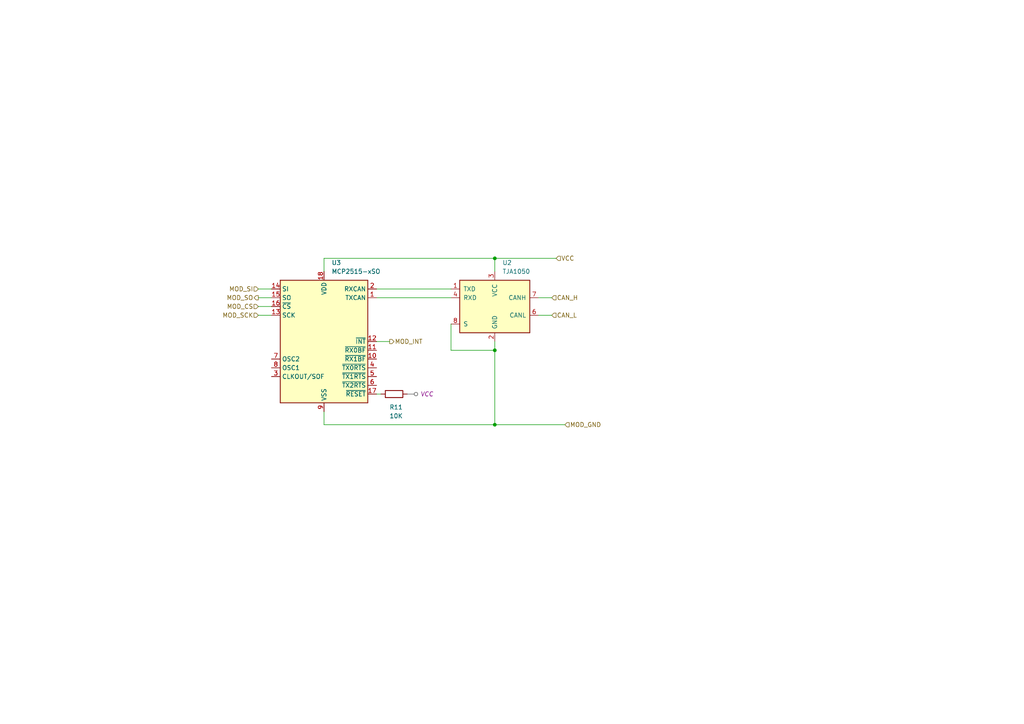
<source format=kicad_sch>
(kicad_sch (version 20230121) (generator eeschema)
  (paper "A4")
  (lib_symbols
    (symbol "Device:R" (pin_numbers hide) (pin_names (offset 0))
      (property "Reference" "R" (at 2.032 0 90))
      (property "Value" "R" (at 0 0 90))
      (symbol "R_0_1"
        (rectangle (start -1.016 -2.54) (end 1.016 2.54) (stroke (width 0.254)))
      )
      (symbol "R_1_1"
        (pin passive line (at 0 3.81 270) (length 1.27) (name "~") (number "1"))
        (pin passive line (at 0 -3.81 90) (length 1.27) (name "~") (number "2"))
      )
    )
    (symbol "Interface_CAN_LIN:MCP2515-xSO"
      (property "Reference" "U" (at -10.16 19.685 0))
      (property "Value" "MCP2515-xSO" (at 19.05 20.32 0))
      (symbol "MCP2515-xSO_0_1"
        (rectangle (start -12.7 17.78) (end 12.7 -17.78) (stroke (width 0.254)) (fill (type background)))
      )
      (symbol "MCP2515-xSO_1_1"
        (pin output line (at 15.24 12.7 180) (length 2.54) (name "TXCAN") (number "1"))
        (pin output line (at 15.24 -5.08 180) (length 2.54) (name "~{RX1BF}") (number "10"))
        (pin output line (at 15.24 -2.54 180) (length 2.54) (name "~{RX0BF}") (number "11"))
        (pin output line (at 15.24 0 180) (length 2.54) (name "~{INT}") (number "12"))
        (pin input line (at -15.24 7.62 0) (length 2.54) (name "SCK") (number "13"))
        (pin input line (at -15.24 15.24 0) (length 2.54) (name "SI") (number "14"))
        (pin output line (at -15.24 12.7 0) (length 2.54) (name "SO") (number "15"))
        (pin input line (at -15.24 10.16 0) (length 2.54) (name "~{CS}") (number "16"))
        (pin input line (at 15.24 -15.24 180) (length 2.54) (name "~{RESET}") (number "17"))
        (pin power_in line (at 0 20.32 270) (length 2.54) (name "VDD") (number "18"))
        (pin input line (at 15.24 15.24 180) (length 2.54) (name "RXCAN") (number "2"))
        (pin output line (at -15.24 -10.16 0) (length 2.54) (name "CLKOUT/SOF") (number "3"))
        (pin input line (at 15.24 -7.62 180) (length 2.54) (name "~{TX0RTS}") (number "4"))
        (pin input line (at 15.24 -10.16 180) (length 2.54) (name "~{TX1RTS}") (number "5"))
        (pin input line (at 15.24 -12.7 180) (length 2.54) (name "~{TX2RTS}") (number "6"))
        (pin output line (at -15.24 -5.08 0) (length 2.54) (name "OSC2") (number "7"))
        (pin input line (at -15.24 -7.62 0) (length 2.54) (name "OSC1") (number "8"))
        (pin power_in line (at 0 -20.32 90) (length 2.54) (name "VSS") (number "9"))
      )
    )
    (symbol "Interface_CAN_LIN:TJA1051T" (pin_names (offset 1.016))
      (property "Reference" "U" (at -10.16 8.89 0))
      (property "Value" "TJA1051T" (at 1.27 8.89 0))
      (symbol "TJA1051T_0_1"
        (rectangle (start -10.16 7.62) (end 10.16 -7.62) (stroke (width 0.254)) (fill (type background)))
      )
      (symbol "TJA1051T_1_1"
        (pin input line (at -12.7 5.08 0) (length 2.54) (name "TXD") (number "1"))
        (pin power_in line (at 0 -10.16 90) (length 2.54) (name "GND") (number "2"))
        (pin power_in line (at 0 10.16 270) (length 2.54) (name "VCC") (number "3"))
        (pin output line (at -12.7 2.54 0) (length 2.54) (name "RXD") (number "4"))
        (pin no_connect line (at -10.16 -2.54 0) (length 2.54) hide (name "NC") (number "5"))
        (pin bidirectional line (at 12.7 -2.54 180) (length 2.54) (name "CANL") (number "6"))
        (pin bidirectional line (at 12.7 2.54 180) (length 2.54) (name "CANH") (number "7"))
        (pin input line (at -12.7 -5.08 0) (length 2.54) (name "S") (number "8"))
      )
    )
  )
  (junction (at 143.51 74.93))
  (junction (at 143.51 101.6))
  (junction (at 143.51 123.19))
  (wire (pts (xy 74.93 91.44) (xy 78.74 91.44)))
  (wire (pts (xy 74.93 83.82) (xy 78.74 83.82)))
  (wire (pts (xy 143.51 99.06) (xy 143.51 101.6)))
  (wire (pts (xy 160.02 86.36) (xy 156.21 86.36)))
  (wire (pts (xy 93.98 74.93) (xy 93.98 78.74)))
  (wire (pts (xy 130.81 101.6) (xy 143.51 101.6)))
  (wire (pts (xy 109.22 114.3) (xy 110.49 114.3)))
  (wire (pts (xy 160.02 91.44) (xy 156.21 91.44)))
  (wire (pts (xy 93.98 119.38) (xy 93.98 123.19)))
  (wire (pts (xy 93.98 74.93) (xy 143.51 74.93)))
  (wire (pts (xy 93.98 123.19) (xy 143.51 123.19)))
  (wire (pts (xy 143.51 74.93) (xy 161.29 74.93)))
  (wire (pts (xy 113.03 99.06) (xy 109.22 99.06)))
  (wire (pts (xy 143.51 74.93) (xy 143.51 78.74)))
  (wire (pts (xy 74.93 86.36) (xy 78.74 86.36)))
  (wire (pts (xy 143.51 101.6) (xy 143.51 123.19)))
  (wire (pts (xy 130.81 93.98) (xy 130.81 101.6)))
  (wire (pts (xy 143.51 123.19) (xy 163.83 123.19)))
  (wire (pts (xy 109.22 86.36) (xy 130.81 86.36)))
  (wire (pts (xy 109.22 83.82) (xy 130.81 83.82)))
  (wire (pts (xy 74.93 88.9) (xy 78.74 88.9)))
  (hierarchical_label "VCC" (shape input) (at 161.29 74.93 0))
  (hierarchical_label "MOD_SCK" (shape input) (at 74.93 91.44 180))
  (hierarchical_label "MOD_SO" (shape output) (at 74.93 86.36 180))
  (hierarchical_label "MOD_CS" (shape input) (at 74.93 88.9 180))
  (hierarchical_label "MOD_GND" (shape input) (at 163.83 123.19 0))
  (hierarchical_label "CAN_L" (shape input) (at 160.02 91.44 0))
  (hierarchical_label "MOD_INT" (shape output) (at 113.03 99.06 0))
  (hierarchical_label "MOD_SI" (shape input) (at 74.93 83.82 180))
  (hierarchical_label "CAN_H" (shape input) (at 160.02 86.36 0))
  (netclass_flag "" (length 2.54) (shape round) (at 118.11 114.3 270) (property "VCC" "VCC" (at 121.92 114.3 0) (effects (font italic) (justify left))))
  (symbol (lib_id "Interface_CAN_LIN:TJA1051T") (at 143.51 88.9 0) (unit 1)
    (property "Reference" "U2" (at 145.7041 76.2 0) (effects (justify left)))
    (property "Value" "TJA1050" (at 145.7041 78.74 0) (effects (justify left)))
    (property "Footprint" "Package_SO:SOIC-8_3.9x4.9mm_P1.27mm" (effects hide))
    (property "Datasheet" "http://www.nxp.com/docs/en/data-sheet/TJA1051.pdf" (effects hide))
  )
  (symbol (lib_id "Device:R") (at 114.3 114.3 90) (unit 1)
    (property "Reference" "R11" (at 116.84 118.11 90) (effects (justify left)))
    (property "Value" "10K" (at 116.84 120.65 90) (effects (justify left)))
    (property "Footprint" "Resistor_SMD:R_0805_2012Metric" (effects hide))
  )
  (symbol (lib_id "Interface_CAN_LIN:MCP2515-xSO") (at 93.98 99.06 0) (unit 1)
    (property "Reference" "U3" (at 96.1741 76.2 0) (effects (justify left)))
    (property "Value" "MCP2515-xSO" (at 96.1741 78.74 0) (effects (justify left)))
    (property "Footprint" "Package_SO:SOIC-18W_7.5x11.6mm_P1.27mm" (effects hide))
    (property "Datasheet" "http://ww1.microchip.com/downloads/en/DeviceDoc/21801e.pdf" (effects hide))
  )
)
</source>
